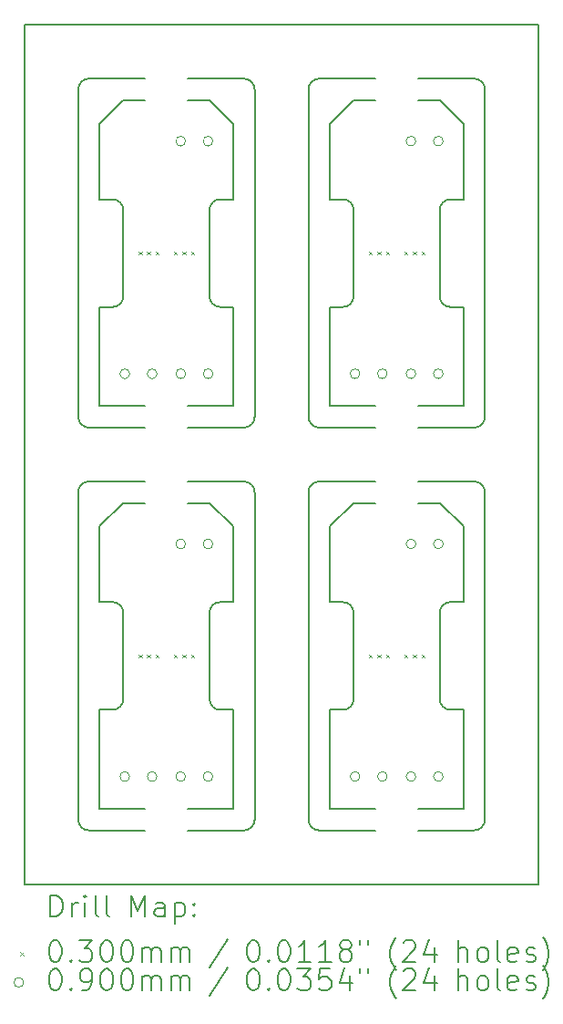
<source format=gbr>
%TF.GenerationSoftware,KiCad,Pcbnew,(7.0.0-0)*%
%TF.CreationDate,2025-08-17T10:05:12+12:00*%
%TF.ProjectId,signal_panelized_X4,7369676e-616c-45f7-9061-6e656c697a65,rev?*%
%TF.SameCoordinates,Original*%
%TF.FileFunction,Drillmap*%
%TF.FilePolarity,Positive*%
%FSLAX45Y45*%
G04 Gerber Fmt 4.5, Leading zero omitted, Abs format (unit mm)*
G04 Created by KiCad (PCBNEW (7.0.0-0)) date 2025-08-17 10:05:12*
%MOMM*%
%LPD*%
G01*
G04 APERTURE LIST*
%ADD10C,0.150000*%
%ADD11C,0.200000*%
%ADD12C,0.030000*%
%ADD13C,0.090000*%
G04 APERTURE END LIST*
D10*
X16925000Y-11765000D02*
X16925000Y-12685000D01*
X14585000Y-12785000D02*
X14585000Y-9745000D01*
X16725000Y-9045000D02*
X16725000Y-6005000D01*
X14685000Y-5905000D02*
G75*
G03*
X14585000Y-6005000I0J-100000D01*
G01*
X18165000Y-7025000D02*
X18045000Y-7025000D01*
X14905000Y-8025000D02*
G75*
G03*
X15005000Y-7925000I0J100000D01*
G01*
X16825000Y-9645000D02*
G75*
G03*
X16725000Y-9745000I0J-100000D01*
G01*
X15605004Y-8945000D02*
X16025000Y-8945000D01*
X17345000Y-12885000D02*
X16825000Y-12885000D01*
X17145000Y-10865000D02*
X17145000Y-11665000D01*
X18265000Y-12885000D02*
G75*
G03*
X18365000Y-12785000I0J100000D01*
G01*
X17947513Y-6105000D02*
X18165000Y-6322487D01*
X16025000Y-10765000D02*
X15905000Y-10765000D01*
X17945000Y-10865000D02*
X17945000Y-11665000D01*
X16925000Y-6322487D02*
X17142487Y-6105000D01*
X16125000Y-9145000D02*
X15605004Y-9145000D01*
X18165000Y-10062487D02*
X18165000Y-10765000D01*
X16225000Y-9745000D02*
G75*
G03*
X16125000Y-9645000I-100000J0D01*
G01*
X18045000Y-10765000D02*
G75*
G03*
X17945000Y-10865000I0J-100000D01*
G01*
X15605000Y-9645000D02*
X16125000Y-9645000D01*
X17045000Y-8025000D02*
G75*
G03*
X17145000Y-7925000I0J100000D01*
G01*
X17745000Y-6105000D02*
X17947513Y-6105000D01*
X16925000Y-11765000D02*
X17045000Y-11765000D01*
X17945000Y-11665000D02*
G75*
G03*
X18045000Y-11765000I100000J0D01*
G01*
X14085000Y-5405000D02*
X18865000Y-5405000D01*
X18865000Y-5405000D02*
X18865000Y-13385000D01*
X18865000Y-13385000D02*
X14085000Y-13385000D01*
X14085000Y-13385000D02*
X14085000Y-5405000D01*
X18365000Y-9745000D02*
X18365000Y-12785000D01*
X14785000Y-6322487D02*
X15002487Y-6105000D01*
X14685000Y-5905000D02*
X15204996Y-5905000D01*
X17145000Y-10865000D02*
G75*
G03*
X17045000Y-10765000I-100000J0D01*
G01*
X14785000Y-11765000D02*
X14905000Y-11765000D01*
X16925000Y-10765000D02*
X17045000Y-10765000D01*
X15905000Y-10765000D02*
G75*
G03*
X15805000Y-10865000I0J-100000D01*
G01*
X15805000Y-10865000D02*
X15805000Y-11665000D01*
X17142487Y-6105000D02*
X17344996Y-6105000D01*
X14785000Y-10062487D02*
X14785000Y-10765000D01*
X15005000Y-10865000D02*
X15005000Y-11665000D01*
X16025000Y-11765000D02*
X16025000Y-12685000D01*
X16925000Y-6322487D02*
X16925000Y-7025000D01*
X15005000Y-7125000D02*
X15005000Y-7925000D01*
X14785000Y-7025000D02*
X14905000Y-7025000D01*
X16725000Y-12785000D02*
X16725000Y-9745000D01*
X16925000Y-8025000D02*
X16925000Y-8945000D01*
X18165000Y-8025000D02*
X18045000Y-8025000D01*
X15807513Y-9845000D02*
X16025000Y-10062487D01*
X16125000Y-12885000D02*
X15605004Y-12885000D01*
X15205000Y-12885000D02*
X14685000Y-12885000D01*
X15805000Y-11665000D02*
G75*
G03*
X15905000Y-11765000I100000J0D01*
G01*
X15805000Y-7125000D02*
X15805000Y-7925000D01*
X14785000Y-8025000D02*
X14905000Y-8025000D01*
X16825000Y-5905000D02*
G75*
G03*
X16725000Y-6005000I0J-100000D01*
G01*
X14685000Y-9645000D02*
X15204996Y-9645000D01*
X18165000Y-11765000D02*
X18165000Y-12685000D01*
X18165000Y-8025000D02*
X18165000Y-8945000D01*
X15205000Y-12685000D02*
X14785000Y-12685000D01*
X16725000Y-9045000D02*
G75*
G03*
X16825000Y-9145000I100000J0D01*
G01*
X17745000Y-9845000D02*
X17947513Y-9845000D01*
X16225000Y-6005000D02*
G75*
G03*
X16125000Y-5905000I-100000J0D01*
G01*
X15605004Y-12685000D02*
X16025000Y-12685000D01*
X14585000Y-9045000D02*
G75*
G03*
X14685000Y-9145000I100000J0D01*
G01*
X18265000Y-9145000D02*
X17745004Y-9145000D01*
X17745004Y-12685000D02*
X18165000Y-12685000D01*
X15005000Y-10865000D02*
G75*
G03*
X14905000Y-10765000I-100000J0D01*
G01*
X16825000Y-9645000D02*
X17344996Y-9645000D01*
X15605000Y-6105000D02*
X15807513Y-6105000D01*
X18265000Y-12885000D02*
X17745004Y-12885000D01*
X14585000Y-12785000D02*
G75*
G03*
X14685000Y-12885000I100000J0D01*
G01*
X15805000Y-7925000D02*
G75*
G03*
X15905000Y-8025000I100000J0D01*
G01*
X14785000Y-10765000D02*
X14905000Y-10765000D01*
X16725000Y-12785000D02*
G75*
G03*
X16825000Y-12885000I100000J0D01*
G01*
X16025000Y-10062487D02*
X16025000Y-10765000D01*
X14685000Y-9645000D02*
G75*
G03*
X14585000Y-9745000I0J-100000D01*
G01*
X16125000Y-9145000D02*
G75*
G03*
X16225000Y-9045000I0J100000D01*
G01*
X16925000Y-10062487D02*
X16925000Y-10765000D01*
X17345000Y-12685000D02*
X16925000Y-12685000D01*
X18045000Y-7025000D02*
G75*
G03*
X17945000Y-7125000I0J-100000D01*
G01*
X15005000Y-7125000D02*
G75*
G03*
X14905000Y-7025000I-100000J0D01*
G01*
X17745000Y-5905000D02*
X18265000Y-5905000D01*
X16025000Y-11765000D02*
X15905000Y-11765000D01*
X18165000Y-6322487D02*
X18165000Y-7025000D01*
X17345000Y-9145000D02*
X16825000Y-9145000D01*
X16225000Y-6005000D02*
X16225000Y-9045000D01*
X18365000Y-9745000D02*
G75*
G03*
X18265000Y-9645000I-100000J0D01*
G01*
X15002487Y-6105000D02*
X15204996Y-6105000D01*
X15807513Y-6105000D02*
X16025000Y-6322487D01*
X17945000Y-7125000D02*
X17945000Y-7925000D01*
X14785000Y-11765000D02*
X14785000Y-12685000D01*
X14785000Y-6322487D02*
X14785000Y-7025000D01*
X16025000Y-8025000D02*
X15905000Y-8025000D01*
X17947513Y-9845000D02*
X18165000Y-10062487D01*
X18165000Y-10765000D02*
X18045000Y-10765000D01*
X17142487Y-9845000D02*
X17344996Y-9845000D01*
X16025000Y-6322487D02*
X16025000Y-7025000D01*
X15605000Y-9845000D02*
X15807513Y-9845000D01*
X17045000Y-11765000D02*
G75*
G03*
X17145000Y-11665000I0J100000D01*
G01*
X16225000Y-9745000D02*
X16225000Y-12785000D01*
X15605000Y-5905000D02*
X16125000Y-5905000D01*
X15205000Y-8945000D02*
X14785000Y-8945000D01*
X17745004Y-8945000D02*
X18165000Y-8945000D01*
X15205000Y-9145000D02*
X14685000Y-9145000D01*
X14585000Y-9045000D02*
X14585000Y-6005000D01*
X16925000Y-10062487D02*
X17142487Y-9845000D01*
X16125000Y-12885000D02*
G75*
G03*
X16225000Y-12785000I0J100000D01*
G01*
X18365000Y-6005000D02*
G75*
G03*
X18265000Y-5905000I-100000J0D01*
G01*
X18365000Y-6005000D02*
X18365000Y-9045000D01*
X16925000Y-7025000D02*
X17045000Y-7025000D01*
X17745000Y-9645000D02*
X18265000Y-9645000D01*
X16025000Y-8025000D02*
X16025000Y-8945000D01*
X16825000Y-5905000D02*
X17344996Y-5905000D01*
X17345000Y-8945000D02*
X16925000Y-8945000D01*
X18265000Y-9145000D02*
G75*
G03*
X18365000Y-9045000I0J100000D01*
G01*
X14905000Y-11765000D02*
G75*
G03*
X15005000Y-11665000I0J100000D01*
G01*
X14785000Y-8025000D02*
X14785000Y-8945000D01*
X15905000Y-7025000D02*
G75*
G03*
X15805000Y-7125000I0J-100000D01*
G01*
X16025000Y-7025000D02*
X15905000Y-7025000D01*
X18165000Y-11765000D02*
X18045000Y-11765000D01*
X15002487Y-9845000D02*
X15204996Y-9845000D01*
X17145000Y-7125000D02*
X17145000Y-7925000D01*
X16925000Y-8025000D02*
X17045000Y-8025000D01*
X17945000Y-7925000D02*
G75*
G03*
X18045000Y-8025000I100000J0D01*
G01*
X17145000Y-7125000D02*
G75*
G03*
X17045000Y-7025000I-100000J0D01*
G01*
X14785000Y-10062487D02*
X15002487Y-9845000D01*
D11*
D12*
X15145000Y-7510000D02*
X15175000Y-7540000D01*
X15175000Y-7510000D02*
X15145000Y-7540000D01*
X15145000Y-11250000D02*
X15175000Y-11280000D01*
X15175000Y-11250000D02*
X15145000Y-11280000D01*
X15225000Y-7510000D02*
X15255000Y-7540000D01*
X15255000Y-7510000D02*
X15225000Y-7540000D01*
X15225000Y-11250000D02*
X15255000Y-11280000D01*
X15255000Y-11250000D02*
X15225000Y-11280000D01*
X15305000Y-7510000D02*
X15335000Y-7540000D01*
X15335000Y-7510000D02*
X15305000Y-7540000D01*
X15305000Y-11250000D02*
X15335000Y-11280000D01*
X15335000Y-11250000D02*
X15305000Y-11280000D01*
X15475000Y-7510000D02*
X15505000Y-7540000D01*
X15505000Y-7510000D02*
X15475000Y-7540000D01*
X15475000Y-11250000D02*
X15505000Y-11280000D01*
X15505000Y-11250000D02*
X15475000Y-11280000D01*
X15555000Y-7510000D02*
X15585000Y-7540000D01*
X15585000Y-7510000D02*
X15555000Y-7540000D01*
X15555000Y-11250000D02*
X15585000Y-11280000D01*
X15585000Y-11250000D02*
X15555000Y-11280000D01*
X15635000Y-7510000D02*
X15665000Y-7540000D01*
X15665000Y-7510000D02*
X15635000Y-7540000D01*
X15635000Y-11250000D02*
X15665000Y-11280000D01*
X15665000Y-11250000D02*
X15635000Y-11280000D01*
X17285000Y-7510000D02*
X17315000Y-7540000D01*
X17315000Y-7510000D02*
X17285000Y-7540000D01*
X17285000Y-11250000D02*
X17315000Y-11280000D01*
X17315000Y-11250000D02*
X17285000Y-11280000D01*
X17365000Y-7510000D02*
X17395000Y-7540000D01*
X17395000Y-7510000D02*
X17365000Y-7540000D01*
X17365000Y-11250000D02*
X17395000Y-11280000D01*
X17395000Y-11250000D02*
X17365000Y-11280000D01*
X17445000Y-7510000D02*
X17475000Y-7540000D01*
X17475000Y-7510000D02*
X17445000Y-7540000D01*
X17445000Y-11250000D02*
X17475000Y-11280000D01*
X17475000Y-11250000D02*
X17445000Y-11280000D01*
X17615000Y-7510000D02*
X17645000Y-7540000D01*
X17645000Y-7510000D02*
X17615000Y-7540000D01*
X17615000Y-11250000D02*
X17645000Y-11280000D01*
X17645000Y-11250000D02*
X17615000Y-11280000D01*
X17695000Y-7510000D02*
X17725000Y-7540000D01*
X17725000Y-7510000D02*
X17695000Y-7540000D01*
X17695000Y-11250000D02*
X17725000Y-11280000D01*
X17725000Y-11250000D02*
X17695000Y-11280000D01*
X17775000Y-7510000D02*
X17805000Y-7540000D01*
X17805000Y-7510000D02*
X17775000Y-7540000D01*
X17775000Y-11250000D02*
X17805000Y-11280000D01*
X17805000Y-11250000D02*
X17775000Y-11280000D01*
D13*
X15063000Y-8645000D02*
G75*
G03*
X15063000Y-8645000I-45000J0D01*
G01*
X15063000Y-12385000D02*
G75*
G03*
X15063000Y-12385000I-45000J0D01*
G01*
X15317000Y-8645000D02*
G75*
G03*
X15317000Y-8645000I-45000J0D01*
G01*
X15317000Y-12385000D02*
G75*
G03*
X15317000Y-12385000I-45000J0D01*
G01*
X15583000Y-6485000D02*
G75*
G03*
X15583000Y-6485000I-45000J0D01*
G01*
X15583000Y-8645000D02*
G75*
G03*
X15583000Y-8645000I-45000J0D01*
G01*
X15583000Y-10225000D02*
G75*
G03*
X15583000Y-10225000I-45000J0D01*
G01*
X15583000Y-12385000D02*
G75*
G03*
X15583000Y-12385000I-45000J0D01*
G01*
X15837000Y-6485000D02*
G75*
G03*
X15837000Y-6485000I-45000J0D01*
G01*
X15837000Y-8645000D02*
G75*
G03*
X15837000Y-8645000I-45000J0D01*
G01*
X15837000Y-10225000D02*
G75*
G03*
X15837000Y-10225000I-45000J0D01*
G01*
X15837000Y-12385000D02*
G75*
G03*
X15837000Y-12385000I-45000J0D01*
G01*
X17203000Y-8645000D02*
G75*
G03*
X17203000Y-8645000I-45000J0D01*
G01*
X17203000Y-12385000D02*
G75*
G03*
X17203000Y-12385000I-45000J0D01*
G01*
X17457000Y-8645000D02*
G75*
G03*
X17457000Y-8645000I-45000J0D01*
G01*
X17457000Y-12385000D02*
G75*
G03*
X17457000Y-12385000I-45000J0D01*
G01*
X17723000Y-6485000D02*
G75*
G03*
X17723000Y-6485000I-45000J0D01*
G01*
X17723000Y-8645000D02*
G75*
G03*
X17723000Y-8645000I-45000J0D01*
G01*
X17723000Y-10225000D02*
G75*
G03*
X17723000Y-10225000I-45000J0D01*
G01*
X17723000Y-12385000D02*
G75*
G03*
X17723000Y-12385000I-45000J0D01*
G01*
X17977000Y-6485000D02*
G75*
G03*
X17977000Y-6485000I-45000J0D01*
G01*
X17977000Y-8645000D02*
G75*
G03*
X17977000Y-8645000I-45000J0D01*
G01*
X17977000Y-10225000D02*
G75*
G03*
X17977000Y-10225000I-45000J0D01*
G01*
X17977000Y-12385000D02*
G75*
G03*
X17977000Y-12385000I-45000J0D01*
G01*
D11*
X14325119Y-13685976D02*
X14325119Y-13485976D01*
X14325119Y-13485976D02*
X14372738Y-13485976D01*
X14372738Y-13485976D02*
X14401309Y-13495500D01*
X14401309Y-13495500D02*
X14420357Y-13514548D01*
X14420357Y-13514548D02*
X14429881Y-13533595D01*
X14429881Y-13533595D02*
X14439405Y-13571690D01*
X14439405Y-13571690D02*
X14439405Y-13600262D01*
X14439405Y-13600262D02*
X14429881Y-13638357D01*
X14429881Y-13638357D02*
X14420357Y-13657405D01*
X14420357Y-13657405D02*
X14401309Y-13676452D01*
X14401309Y-13676452D02*
X14372738Y-13685976D01*
X14372738Y-13685976D02*
X14325119Y-13685976D01*
X14525119Y-13685976D02*
X14525119Y-13552643D01*
X14525119Y-13590738D02*
X14534643Y-13571690D01*
X14534643Y-13571690D02*
X14544167Y-13562167D01*
X14544167Y-13562167D02*
X14563214Y-13552643D01*
X14563214Y-13552643D02*
X14582262Y-13552643D01*
X14648928Y-13685976D02*
X14648928Y-13552643D01*
X14648928Y-13485976D02*
X14639405Y-13495500D01*
X14639405Y-13495500D02*
X14648928Y-13505024D01*
X14648928Y-13505024D02*
X14658452Y-13495500D01*
X14658452Y-13495500D02*
X14648928Y-13485976D01*
X14648928Y-13485976D02*
X14648928Y-13505024D01*
X14772738Y-13685976D02*
X14753690Y-13676452D01*
X14753690Y-13676452D02*
X14744167Y-13657405D01*
X14744167Y-13657405D02*
X14744167Y-13485976D01*
X14877500Y-13685976D02*
X14858452Y-13676452D01*
X14858452Y-13676452D02*
X14848928Y-13657405D01*
X14848928Y-13657405D02*
X14848928Y-13485976D01*
X15073690Y-13685976D02*
X15073690Y-13485976D01*
X15073690Y-13485976D02*
X15140357Y-13628833D01*
X15140357Y-13628833D02*
X15207024Y-13485976D01*
X15207024Y-13485976D02*
X15207024Y-13685976D01*
X15387976Y-13685976D02*
X15387976Y-13581214D01*
X15387976Y-13581214D02*
X15378452Y-13562167D01*
X15378452Y-13562167D02*
X15359405Y-13552643D01*
X15359405Y-13552643D02*
X15321309Y-13552643D01*
X15321309Y-13552643D02*
X15302262Y-13562167D01*
X15387976Y-13676452D02*
X15368928Y-13685976D01*
X15368928Y-13685976D02*
X15321309Y-13685976D01*
X15321309Y-13685976D02*
X15302262Y-13676452D01*
X15302262Y-13676452D02*
X15292738Y-13657405D01*
X15292738Y-13657405D02*
X15292738Y-13638357D01*
X15292738Y-13638357D02*
X15302262Y-13619309D01*
X15302262Y-13619309D02*
X15321309Y-13609786D01*
X15321309Y-13609786D02*
X15368928Y-13609786D01*
X15368928Y-13609786D02*
X15387976Y-13600262D01*
X15483214Y-13552643D02*
X15483214Y-13752643D01*
X15483214Y-13562167D02*
X15502262Y-13552643D01*
X15502262Y-13552643D02*
X15540357Y-13552643D01*
X15540357Y-13552643D02*
X15559405Y-13562167D01*
X15559405Y-13562167D02*
X15568928Y-13571690D01*
X15568928Y-13571690D02*
X15578452Y-13590738D01*
X15578452Y-13590738D02*
X15578452Y-13647881D01*
X15578452Y-13647881D02*
X15568928Y-13666928D01*
X15568928Y-13666928D02*
X15559405Y-13676452D01*
X15559405Y-13676452D02*
X15540357Y-13685976D01*
X15540357Y-13685976D02*
X15502262Y-13685976D01*
X15502262Y-13685976D02*
X15483214Y-13676452D01*
X15664167Y-13666928D02*
X15673690Y-13676452D01*
X15673690Y-13676452D02*
X15664167Y-13685976D01*
X15664167Y-13685976D02*
X15654643Y-13676452D01*
X15654643Y-13676452D02*
X15664167Y-13666928D01*
X15664167Y-13666928D02*
X15664167Y-13685976D01*
X15664167Y-13562167D02*
X15673690Y-13571690D01*
X15673690Y-13571690D02*
X15664167Y-13581214D01*
X15664167Y-13581214D02*
X15654643Y-13571690D01*
X15654643Y-13571690D02*
X15664167Y-13562167D01*
X15664167Y-13562167D02*
X15664167Y-13581214D01*
D12*
X14047500Y-14017500D02*
X14077500Y-14047500D01*
X14077500Y-14017500D02*
X14047500Y-14047500D01*
D11*
X14363214Y-13905976D02*
X14382262Y-13905976D01*
X14382262Y-13905976D02*
X14401309Y-13915500D01*
X14401309Y-13915500D02*
X14410833Y-13925024D01*
X14410833Y-13925024D02*
X14420357Y-13944071D01*
X14420357Y-13944071D02*
X14429881Y-13982167D01*
X14429881Y-13982167D02*
X14429881Y-14029786D01*
X14429881Y-14029786D02*
X14420357Y-14067881D01*
X14420357Y-14067881D02*
X14410833Y-14086928D01*
X14410833Y-14086928D02*
X14401309Y-14096452D01*
X14401309Y-14096452D02*
X14382262Y-14105976D01*
X14382262Y-14105976D02*
X14363214Y-14105976D01*
X14363214Y-14105976D02*
X14344167Y-14096452D01*
X14344167Y-14096452D02*
X14334643Y-14086928D01*
X14334643Y-14086928D02*
X14325119Y-14067881D01*
X14325119Y-14067881D02*
X14315595Y-14029786D01*
X14315595Y-14029786D02*
X14315595Y-13982167D01*
X14315595Y-13982167D02*
X14325119Y-13944071D01*
X14325119Y-13944071D02*
X14334643Y-13925024D01*
X14334643Y-13925024D02*
X14344167Y-13915500D01*
X14344167Y-13915500D02*
X14363214Y-13905976D01*
X14515595Y-14086928D02*
X14525119Y-14096452D01*
X14525119Y-14096452D02*
X14515595Y-14105976D01*
X14515595Y-14105976D02*
X14506071Y-14096452D01*
X14506071Y-14096452D02*
X14515595Y-14086928D01*
X14515595Y-14086928D02*
X14515595Y-14105976D01*
X14591786Y-13905976D02*
X14715595Y-13905976D01*
X14715595Y-13905976D02*
X14648928Y-13982167D01*
X14648928Y-13982167D02*
X14677500Y-13982167D01*
X14677500Y-13982167D02*
X14696548Y-13991690D01*
X14696548Y-13991690D02*
X14706071Y-14001214D01*
X14706071Y-14001214D02*
X14715595Y-14020262D01*
X14715595Y-14020262D02*
X14715595Y-14067881D01*
X14715595Y-14067881D02*
X14706071Y-14086928D01*
X14706071Y-14086928D02*
X14696548Y-14096452D01*
X14696548Y-14096452D02*
X14677500Y-14105976D01*
X14677500Y-14105976D02*
X14620357Y-14105976D01*
X14620357Y-14105976D02*
X14601309Y-14096452D01*
X14601309Y-14096452D02*
X14591786Y-14086928D01*
X14839405Y-13905976D02*
X14858452Y-13905976D01*
X14858452Y-13905976D02*
X14877500Y-13915500D01*
X14877500Y-13915500D02*
X14887024Y-13925024D01*
X14887024Y-13925024D02*
X14896548Y-13944071D01*
X14896548Y-13944071D02*
X14906071Y-13982167D01*
X14906071Y-13982167D02*
X14906071Y-14029786D01*
X14906071Y-14029786D02*
X14896548Y-14067881D01*
X14896548Y-14067881D02*
X14887024Y-14086928D01*
X14887024Y-14086928D02*
X14877500Y-14096452D01*
X14877500Y-14096452D02*
X14858452Y-14105976D01*
X14858452Y-14105976D02*
X14839405Y-14105976D01*
X14839405Y-14105976D02*
X14820357Y-14096452D01*
X14820357Y-14096452D02*
X14810833Y-14086928D01*
X14810833Y-14086928D02*
X14801309Y-14067881D01*
X14801309Y-14067881D02*
X14791786Y-14029786D01*
X14791786Y-14029786D02*
X14791786Y-13982167D01*
X14791786Y-13982167D02*
X14801309Y-13944071D01*
X14801309Y-13944071D02*
X14810833Y-13925024D01*
X14810833Y-13925024D02*
X14820357Y-13915500D01*
X14820357Y-13915500D02*
X14839405Y-13905976D01*
X15029881Y-13905976D02*
X15048929Y-13905976D01*
X15048929Y-13905976D02*
X15067976Y-13915500D01*
X15067976Y-13915500D02*
X15077500Y-13925024D01*
X15077500Y-13925024D02*
X15087024Y-13944071D01*
X15087024Y-13944071D02*
X15096548Y-13982167D01*
X15096548Y-13982167D02*
X15096548Y-14029786D01*
X15096548Y-14029786D02*
X15087024Y-14067881D01*
X15087024Y-14067881D02*
X15077500Y-14086928D01*
X15077500Y-14086928D02*
X15067976Y-14096452D01*
X15067976Y-14096452D02*
X15048929Y-14105976D01*
X15048929Y-14105976D02*
X15029881Y-14105976D01*
X15029881Y-14105976D02*
X15010833Y-14096452D01*
X15010833Y-14096452D02*
X15001309Y-14086928D01*
X15001309Y-14086928D02*
X14991786Y-14067881D01*
X14991786Y-14067881D02*
X14982262Y-14029786D01*
X14982262Y-14029786D02*
X14982262Y-13982167D01*
X14982262Y-13982167D02*
X14991786Y-13944071D01*
X14991786Y-13944071D02*
X15001309Y-13925024D01*
X15001309Y-13925024D02*
X15010833Y-13915500D01*
X15010833Y-13915500D02*
X15029881Y-13905976D01*
X15182262Y-14105976D02*
X15182262Y-13972643D01*
X15182262Y-13991690D02*
X15191786Y-13982167D01*
X15191786Y-13982167D02*
X15210833Y-13972643D01*
X15210833Y-13972643D02*
X15239405Y-13972643D01*
X15239405Y-13972643D02*
X15258452Y-13982167D01*
X15258452Y-13982167D02*
X15267976Y-14001214D01*
X15267976Y-14001214D02*
X15267976Y-14105976D01*
X15267976Y-14001214D02*
X15277500Y-13982167D01*
X15277500Y-13982167D02*
X15296548Y-13972643D01*
X15296548Y-13972643D02*
X15325119Y-13972643D01*
X15325119Y-13972643D02*
X15344167Y-13982167D01*
X15344167Y-13982167D02*
X15353690Y-14001214D01*
X15353690Y-14001214D02*
X15353690Y-14105976D01*
X15448929Y-14105976D02*
X15448929Y-13972643D01*
X15448929Y-13991690D02*
X15458452Y-13982167D01*
X15458452Y-13982167D02*
X15477500Y-13972643D01*
X15477500Y-13972643D02*
X15506071Y-13972643D01*
X15506071Y-13972643D02*
X15525119Y-13982167D01*
X15525119Y-13982167D02*
X15534643Y-14001214D01*
X15534643Y-14001214D02*
X15534643Y-14105976D01*
X15534643Y-14001214D02*
X15544167Y-13982167D01*
X15544167Y-13982167D02*
X15563214Y-13972643D01*
X15563214Y-13972643D02*
X15591786Y-13972643D01*
X15591786Y-13972643D02*
X15610833Y-13982167D01*
X15610833Y-13982167D02*
X15620357Y-14001214D01*
X15620357Y-14001214D02*
X15620357Y-14105976D01*
X15978452Y-13896452D02*
X15807024Y-14153595D01*
X16203214Y-13905976D02*
X16222262Y-13905976D01*
X16222262Y-13905976D02*
X16241310Y-13915500D01*
X16241310Y-13915500D02*
X16250833Y-13925024D01*
X16250833Y-13925024D02*
X16260357Y-13944071D01*
X16260357Y-13944071D02*
X16269881Y-13982167D01*
X16269881Y-13982167D02*
X16269881Y-14029786D01*
X16269881Y-14029786D02*
X16260357Y-14067881D01*
X16260357Y-14067881D02*
X16250833Y-14086928D01*
X16250833Y-14086928D02*
X16241310Y-14096452D01*
X16241310Y-14096452D02*
X16222262Y-14105976D01*
X16222262Y-14105976D02*
X16203214Y-14105976D01*
X16203214Y-14105976D02*
X16184167Y-14096452D01*
X16184167Y-14096452D02*
X16174643Y-14086928D01*
X16174643Y-14086928D02*
X16165119Y-14067881D01*
X16165119Y-14067881D02*
X16155595Y-14029786D01*
X16155595Y-14029786D02*
X16155595Y-13982167D01*
X16155595Y-13982167D02*
X16165119Y-13944071D01*
X16165119Y-13944071D02*
X16174643Y-13925024D01*
X16174643Y-13925024D02*
X16184167Y-13915500D01*
X16184167Y-13915500D02*
X16203214Y-13905976D01*
X16355595Y-14086928D02*
X16365119Y-14096452D01*
X16365119Y-14096452D02*
X16355595Y-14105976D01*
X16355595Y-14105976D02*
X16346071Y-14096452D01*
X16346071Y-14096452D02*
X16355595Y-14086928D01*
X16355595Y-14086928D02*
X16355595Y-14105976D01*
X16488929Y-13905976D02*
X16507976Y-13905976D01*
X16507976Y-13905976D02*
X16527024Y-13915500D01*
X16527024Y-13915500D02*
X16536548Y-13925024D01*
X16536548Y-13925024D02*
X16546071Y-13944071D01*
X16546071Y-13944071D02*
X16555595Y-13982167D01*
X16555595Y-13982167D02*
X16555595Y-14029786D01*
X16555595Y-14029786D02*
X16546071Y-14067881D01*
X16546071Y-14067881D02*
X16536548Y-14086928D01*
X16536548Y-14086928D02*
X16527024Y-14096452D01*
X16527024Y-14096452D02*
X16507976Y-14105976D01*
X16507976Y-14105976D02*
X16488929Y-14105976D01*
X16488929Y-14105976D02*
X16469881Y-14096452D01*
X16469881Y-14096452D02*
X16460357Y-14086928D01*
X16460357Y-14086928D02*
X16450833Y-14067881D01*
X16450833Y-14067881D02*
X16441310Y-14029786D01*
X16441310Y-14029786D02*
X16441310Y-13982167D01*
X16441310Y-13982167D02*
X16450833Y-13944071D01*
X16450833Y-13944071D02*
X16460357Y-13925024D01*
X16460357Y-13925024D02*
X16469881Y-13915500D01*
X16469881Y-13915500D02*
X16488929Y-13905976D01*
X16746071Y-14105976D02*
X16631786Y-14105976D01*
X16688929Y-14105976D02*
X16688929Y-13905976D01*
X16688929Y-13905976D02*
X16669881Y-13934548D01*
X16669881Y-13934548D02*
X16650833Y-13953595D01*
X16650833Y-13953595D02*
X16631786Y-13963119D01*
X16936548Y-14105976D02*
X16822262Y-14105976D01*
X16879405Y-14105976D02*
X16879405Y-13905976D01*
X16879405Y-13905976D02*
X16860357Y-13934548D01*
X16860357Y-13934548D02*
X16841310Y-13953595D01*
X16841310Y-13953595D02*
X16822262Y-13963119D01*
X17050833Y-13991690D02*
X17031786Y-13982167D01*
X17031786Y-13982167D02*
X17022262Y-13972643D01*
X17022262Y-13972643D02*
X17012738Y-13953595D01*
X17012738Y-13953595D02*
X17012738Y-13944071D01*
X17012738Y-13944071D02*
X17022262Y-13925024D01*
X17022262Y-13925024D02*
X17031786Y-13915500D01*
X17031786Y-13915500D02*
X17050833Y-13905976D01*
X17050833Y-13905976D02*
X17088929Y-13905976D01*
X17088929Y-13905976D02*
X17107976Y-13915500D01*
X17107976Y-13915500D02*
X17117500Y-13925024D01*
X17117500Y-13925024D02*
X17127024Y-13944071D01*
X17127024Y-13944071D02*
X17127024Y-13953595D01*
X17127024Y-13953595D02*
X17117500Y-13972643D01*
X17117500Y-13972643D02*
X17107976Y-13982167D01*
X17107976Y-13982167D02*
X17088929Y-13991690D01*
X17088929Y-13991690D02*
X17050833Y-13991690D01*
X17050833Y-13991690D02*
X17031786Y-14001214D01*
X17031786Y-14001214D02*
X17022262Y-14010738D01*
X17022262Y-14010738D02*
X17012738Y-14029786D01*
X17012738Y-14029786D02*
X17012738Y-14067881D01*
X17012738Y-14067881D02*
X17022262Y-14086928D01*
X17022262Y-14086928D02*
X17031786Y-14096452D01*
X17031786Y-14096452D02*
X17050833Y-14105976D01*
X17050833Y-14105976D02*
X17088929Y-14105976D01*
X17088929Y-14105976D02*
X17107976Y-14096452D01*
X17107976Y-14096452D02*
X17117500Y-14086928D01*
X17117500Y-14086928D02*
X17127024Y-14067881D01*
X17127024Y-14067881D02*
X17127024Y-14029786D01*
X17127024Y-14029786D02*
X17117500Y-14010738D01*
X17117500Y-14010738D02*
X17107976Y-14001214D01*
X17107976Y-14001214D02*
X17088929Y-13991690D01*
X17203214Y-13905976D02*
X17203214Y-13944071D01*
X17279405Y-13905976D02*
X17279405Y-13944071D01*
X17542262Y-14182167D02*
X17532738Y-14172643D01*
X17532738Y-14172643D02*
X17513691Y-14144071D01*
X17513691Y-14144071D02*
X17504167Y-14125024D01*
X17504167Y-14125024D02*
X17494643Y-14096452D01*
X17494643Y-14096452D02*
X17485119Y-14048833D01*
X17485119Y-14048833D02*
X17485119Y-14010738D01*
X17485119Y-14010738D02*
X17494643Y-13963119D01*
X17494643Y-13963119D02*
X17504167Y-13934548D01*
X17504167Y-13934548D02*
X17513691Y-13915500D01*
X17513691Y-13915500D02*
X17532738Y-13886928D01*
X17532738Y-13886928D02*
X17542262Y-13877405D01*
X17608929Y-13925024D02*
X17618453Y-13915500D01*
X17618453Y-13915500D02*
X17637500Y-13905976D01*
X17637500Y-13905976D02*
X17685119Y-13905976D01*
X17685119Y-13905976D02*
X17704167Y-13915500D01*
X17704167Y-13915500D02*
X17713691Y-13925024D01*
X17713691Y-13925024D02*
X17723214Y-13944071D01*
X17723214Y-13944071D02*
X17723214Y-13963119D01*
X17723214Y-13963119D02*
X17713691Y-13991690D01*
X17713691Y-13991690D02*
X17599405Y-14105976D01*
X17599405Y-14105976D02*
X17723214Y-14105976D01*
X17894643Y-13972643D02*
X17894643Y-14105976D01*
X17847024Y-13896452D02*
X17799405Y-14039309D01*
X17799405Y-14039309D02*
X17923214Y-14039309D01*
X18119405Y-14105976D02*
X18119405Y-13905976D01*
X18205119Y-14105976D02*
X18205119Y-14001214D01*
X18205119Y-14001214D02*
X18195595Y-13982167D01*
X18195595Y-13982167D02*
X18176548Y-13972643D01*
X18176548Y-13972643D02*
X18147976Y-13972643D01*
X18147976Y-13972643D02*
X18128929Y-13982167D01*
X18128929Y-13982167D02*
X18119405Y-13991690D01*
X18328929Y-14105976D02*
X18309881Y-14096452D01*
X18309881Y-14096452D02*
X18300357Y-14086928D01*
X18300357Y-14086928D02*
X18290834Y-14067881D01*
X18290834Y-14067881D02*
X18290834Y-14010738D01*
X18290834Y-14010738D02*
X18300357Y-13991690D01*
X18300357Y-13991690D02*
X18309881Y-13982167D01*
X18309881Y-13982167D02*
X18328929Y-13972643D01*
X18328929Y-13972643D02*
X18357500Y-13972643D01*
X18357500Y-13972643D02*
X18376548Y-13982167D01*
X18376548Y-13982167D02*
X18386072Y-13991690D01*
X18386072Y-13991690D02*
X18395595Y-14010738D01*
X18395595Y-14010738D02*
X18395595Y-14067881D01*
X18395595Y-14067881D02*
X18386072Y-14086928D01*
X18386072Y-14086928D02*
X18376548Y-14096452D01*
X18376548Y-14096452D02*
X18357500Y-14105976D01*
X18357500Y-14105976D02*
X18328929Y-14105976D01*
X18509881Y-14105976D02*
X18490834Y-14096452D01*
X18490834Y-14096452D02*
X18481310Y-14077405D01*
X18481310Y-14077405D02*
X18481310Y-13905976D01*
X18662262Y-14096452D02*
X18643215Y-14105976D01*
X18643215Y-14105976D02*
X18605119Y-14105976D01*
X18605119Y-14105976D02*
X18586072Y-14096452D01*
X18586072Y-14096452D02*
X18576548Y-14077405D01*
X18576548Y-14077405D02*
X18576548Y-14001214D01*
X18576548Y-14001214D02*
X18586072Y-13982167D01*
X18586072Y-13982167D02*
X18605119Y-13972643D01*
X18605119Y-13972643D02*
X18643215Y-13972643D01*
X18643215Y-13972643D02*
X18662262Y-13982167D01*
X18662262Y-13982167D02*
X18671786Y-14001214D01*
X18671786Y-14001214D02*
X18671786Y-14020262D01*
X18671786Y-14020262D02*
X18576548Y-14039309D01*
X18747976Y-14096452D02*
X18767024Y-14105976D01*
X18767024Y-14105976D02*
X18805119Y-14105976D01*
X18805119Y-14105976D02*
X18824167Y-14096452D01*
X18824167Y-14096452D02*
X18833691Y-14077405D01*
X18833691Y-14077405D02*
X18833691Y-14067881D01*
X18833691Y-14067881D02*
X18824167Y-14048833D01*
X18824167Y-14048833D02*
X18805119Y-14039309D01*
X18805119Y-14039309D02*
X18776548Y-14039309D01*
X18776548Y-14039309D02*
X18757500Y-14029786D01*
X18757500Y-14029786D02*
X18747976Y-14010738D01*
X18747976Y-14010738D02*
X18747976Y-14001214D01*
X18747976Y-14001214D02*
X18757500Y-13982167D01*
X18757500Y-13982167D02*
X18776548Y-13972643D01*
X18776548Y-13972643D02*
X18805119Y-13972643D01*
X18805119Y-13972643D02*
X18824167Y-13982167D01*
X18900357Y-14182167D02*
X18909881Y-14172643D01*
X18909881Y-14172643D02*
X18928929Y-14144071D01*
X18928929Y-14144071D02*
X18938453Y-14125024D01*
X18938453Y-14125024D02*
X18947976Y-14096452D01*
X18947976Y-14096452D02*
X18957500Y-14048833D01*
X18957500Y-14048833D02*
X18957500Y-14010738D01*
X18957500Y-14010738D02*
X18947976Y-13963119D01*
X18947976Y-13963119D02*
X18938453Y-13934548D01*
X18938453Y-13934548D02*
X18928929Y-13915500D01*
X18928929Y-13915500D02*
X18909881Y-13886928D01*
X18909881Y-13886928D02*
X18900357Y-13877405D01*
D13*
X14077500Y-14296500D02*
G75*
G03*
X14077500Y-14296500I-45000J0D01*
G01*
D11*
X14363214Y-14169976D02*
X14382262Y-14169976D01*
X14382262Y-14169976D02*
X14401309Y-14179500D01*
X14401309Y-14179500D02*
X14410833Y-14189024D01*
X14410833Y-14189024D02*
X14420357Y-14208071D01*
X14420357Y-14208071D02*
X14429881Y-14246167D01*
X14429881Y-14246167D02*
X14429881Y-14293786D01*
X14429881Y-14293786D02*
X14420357Y-14331881D01*
X14420357Y-14331881D02*
X14410833Y-14350928D01*
X14410833Y-14350928D02*
X14401309Y-14360452D01*
X14401309Y-14360452D02*
X14382262Y-14369976D01*
X14382262Y-14369976D02*
X14363214Y-14369976D01*
X14363214Y-14369976D02*
X14344167Y-14360452D01*
X14344167Y-14360452D02*
X14334643Y-14350928D01*
X14334643Y-14350928D02*
X14325119Y-14331881D01*
X14325119Y-14331881D02*
X14315595Y-14293786D01*
X14315595Y-14293786D02*
X14315595Y-14246167D01*
X14315595Y-14246167D02*
X14325119Y-14208071D01*
X14325119Y-14208071D02*
X14334643Y-14189024D01*
X14334643Y-14189024D02*
X14344167Y-14179500D01*
X14344167Y-14179500D02*
X14363214Y-14169976D01*
X14515595Y-14350928D02*
X14525119Y-14360452D01*
X14525119Y-14360452D02*
X14515595Y-14369976D01*
X14515595Y-14369976D02*
X14506071Y-14360452D01*
X14506071Y-14360452D02*
X14515595Y-14350928D01*
X14515595Y-14350928D02*
X14515595Y-14369976D01*
X14620357Y-14369976D02*
X14658452Y-14369976D01*
X14658452Y-14369976D02*
X14677500Y-14360452D01*
X14677500Y-14360452D02*
X14687024Y-14350928D01*
X14687024Y-14350928D02*
X14706071Y-14322357D01*
X14706071Y-14322357D02*
X14715595Y-14284262D01*
X14715595Y-14284262D02*
X14715595Y-14208071D01*
X14715595Y-14208071D02*
X14706071Y-14189024D01*
X14706071Y-14189024D02*
X14696548Y-14179500D01*
X14696548Y-14179500D02*
X14677500Y-14169976D01*
X14677500Y-14169976D02*
X14639405Y-14169976D01*
X14639405Y-14169976D02*
X14620357Y-14179500D01*
X14620357Y-14179500D02*
X14610833Y-14189024D01*
X14610833Y-14189024D02*
X14601309Y-14208071D01*
X14601309Y-14208071D02*
X14601309Y-14255690D01*
X14601309Y-14255690D02*
X14610833Y-14274738D01*
X14610833Y-14274738D02*
X14620357Y-14284262D01*
X14620357Y-14284262D02*
X14639405Y-14293786D01*
X14639405Y-14293786D02*
X14677500Y-14293786D01*
X14677500Y-14293786D02*
X14696548Y-14284262D01*
X14696548Y-14284262D02*
X14706071Y-14274738D01*
X14706071Y-14274738D02*
X14715595Y-14255690D01*
X14839405Y-14169976D02*
X14858452Y-14169976D01*
X14858452Y-14169976D02*
X14877500Y-14179500D01*
X14877500Y-14179500D02*
X14887024Y-14189024D01*
X14887024Y-14189024D02*
X14896548Y-14208071D01*
X14896548Y-14208071D02*
X14906071Y-14246167D01*
X14906071Y-14246167D02*
X14906071Y-14293786D01*
X14906071Y-14293786D02*
X14896548Y-14331881D01*
X14896548Y-14331881D02*
X14887024Y-14350928D01*
X14887024Y-14350928D02*
X14877500Y-14360452D01*
X14877500Y-14360452D02*
X14858452Y-14369976D01*
X14858452Y-14369976D02*
X14839405Y-14369976D01*
X14839405Y-14369976D02*
X14820357Y-14360452D01*
X14820357Y-14360452D02*
X14810833Y-14350928D01*
X14810833Y-14350928D02*
X14801309Y-14331881D01*
X14801309Y-14331881D02*
X14791786Y-14293786D01*
X14791786Y-14293786D02*
X14791786Y-14246167D01*
X14791786Y-14246167D02*
X14801309Y-14208071D01*
X14801309Y-14208071D02*
X14810833Y-14189024D01*
X14810833Y-14189024D02*
X14820357Y-14179500D01*
X14820357Y-14179500D02*
X14839405Y-14169976D01*
X15029881Y-14169976D02*
X15048929Y-14169976D01*
X15048929Y-14169976D02*
X15067976Y-14179500D01*
X15067976Y-14179500D02*
X15077500Y-14189024D01*
X15077500Y-14189024D02*
X15087024Y-14208071D01*
X15087024Y-14208071D02*
X15096548Y-14246167D01*
X15096548Y-14246167D02*
X15096548Y-14293786D01*
X15096548Y-14293786D02*
X15087024Y-14331881D01*
X15087024Y-14331881D02*
X15077500Y-14350928D01*
X15077500Y-14350928D02*
X15067976Y-14360452D01*
X15067976Y-14360452D02*
X15048929Y-14369976D01*
X15048929Y-14369976D02*
X15029881Y-14369976D01*
X15029881Y-14369976D02*
X15010833Y-14360452D01*
X15010833Y-14360452D02*
X15001309Y-14350928D01*
X15001309Y-14350928D02*
X14991786Y-14331881D01*
X14991786Y-14331881D02*
X14982262Y-14293786D01*
X14982262Y-14293786D02*
X14982262Y-14246167D01*
X14982262Y-14246167D02*
X14991786Y-14208071D01*
X14991786Y-14208071D02*
X15001309Y-14189024D01*
X15001309Y-14189024D02*
X15010833Y-14179500D01*
X15010833Y-14179500D02*
X15029881Y-14169976D01*
X15182262Y-14369976D02*
X15182262Y-14236643D01*
X15182262Y-14255690D02*
X15191786Y-14246167D01*
X15191786Y-14246167D02*
X15210833Y-14236643D01*
X15210833Y-14236643D02*
X15239405Y-14236643D01*
X15239405Y-14236643D02*
X15258452Y-14246167D01*
X15258452Y-14246167D02*
X15267976Y-14265214D01*
X15267976Y-14265214D02*
X15267976Y-14369976D01*
X15267976Y-14265214D02*
X15277500Y-14246167D01*
X15277500Y-14246167D02*
X15296548Y-14236643D01*
X15296548Y-14236643D02*
X15325119Y-14236643D01*
X15325119Y-14236643D02*
X15344167Y-14246167D01*
X15344167Y-14246167D02*
X15353690Y-14265214D01*
X15353690Y-14265214D02*
X15353690Y-14369976D01*
X15448929Y-14369976D02*
X15448929Y-14236643D01*
X15448929Y-14255690D02*
X15458452Y-14246167D01*
X15458452Y-14246167D02*
X15477500Y-14236643D01*
X15477500Y-14236643D02*
X15506071Y-14236643D01*
X15506071Y-14236643D02*
X15525119Y-14246167D01*
X15525119Y-14246167D02*
X15534643Y-14265214D01*
X15534643Y-14265214D02*
X15534643Y-14369976D01*
X15534643Y-14265214D02*
X15544167Y-14246167D01*
X15544167Y-14246167D02*
X15563214Y-14236643D01*
X15563214Y-14236643D02*
X15591786Y-14236643D01*
X15591786Y-14236643D02*
X15610833Y-14246167D01*
X15610833Y-14246167D02*
X15620357Y-14265214D01*
X15620357Y-14265214D02*
X15620357Y-14369976D01*
X15978452Y-14160452D02*
X15807024Y-14417595D01*
X16203214Y-14169976D02*
X16222262Y-14169976D01*
X16222262Y-14169976D02*
X16241310Y-14179500D01*
X16241310Y-14179500D02*
X16250833Y-14189024D01*
X16250833Y-14189024D02*
X16260357Y-14208071D01*
X16260357Y-14208071D02*
X16269881Y-14246167D01*
X16269881Y-14246167D02*
X16269881Y-14293786D01*
X16269881Y-14293786D02*
X16260357Y-14331881D01*
X16260357Y-14331881D02*
X16250833Y-14350928D01*
X16250833Y-14350928D02*
X16241310Y-14360452D01*
X16241310Y-14360452D02*
X16222262Y-14369976D01*
X16222262Y-14369976D02*
X16203214Y-14369976D01*
X16203214Y-14369976D02*
X16184167Y-14360452D01*
X16184167Y-14360452D02*
X16174643Y-14350928D01*
X16174643Y-14350928D02*
X16165119Y-14331881D01*
X16165119Y-14331881D02*
X16155595Y-14293786D01*
X16155595Y-14293786D02*
X16155595Y-14246167D01*
X16155595Y-14246167D02*
X16165119Y-14208071D01*
X16165119Y-14208071D02*
X16174643Y-14189024D01*
X16174643Y-14189024D02*
X16184167Y-14179500D01*
X16184167Y-14179500D02*
X16203214Y-14169976D01*
X16355595Y-14350928D02*
X16365119Y-14360452D01*
X16365119Y-14360452D02*
X16355595Y-14369976D01*
X16355595Y-14369976D02*
X16346071Y-14360452D01*
X16346071Y-14360452D02*
X16355595Y-14350928D01*
X16355595Y-14350928D02*
X16355595Y-14369976D01*
X16488929Y-14169976D02*
X16507976Y-14169976D01*
X16507976Y-14169976D02*
X16527024Y-14179500D01*
X16527024Y-14179500D02*
X16536548Y-14189024D01*
X16536548Y-14189024D02*
X16546071Y-14208071D01*
X16546071Y-14208071D02*
X16555595Y-14246167D01*
X16555595Y-14246167D02*
X16555595Y-14293786D01*
X16555595Y-14293786D02*
X16546071Y-14331881D01*
X16546071Y-14331881D02*
X16536548Y-14350928D01*
X16536548Y-14350928D02*
X16527024Y-14360452D01*
X16527024Y-14360452D02*
X16507976Y-14369976D01*
X16507976Y-14369976D02*
X16488929Y-14369976D01*
X16488929Y-14369976D02*
X16469881Y-14360452D01*
X16469881Y-14360452D02*
X16460357Y-14350928D01*
X16460357Y-14350928D02*
X16450833Y-14331881D01*
X16450833Y-14331881D02*
X16441310Y-14293786D01*
X16441310Y-14293786D02*
X16441310Y-14246167D01*
X16441310Y-14246167D02*
X16450833Y-14208071D01*
X16450833Y-14208071D02*
X16460357Y-14189024D01*
X16460357Y-14189024D02*
X16469881Y-14179500D01*
X16469881Y-14179500D02*
X16488929Y-14169976D01*
X16622262Y-14169976D02*
X16746071Y-14169976D01*
X16746071Y-14169976D02*
X16679405Y-14246167D01*
X16679405Y-14246167D02*
X16707976Y-14246167D01*
X16707976Y-14246167D02*
X16727024Y-14255690D01*
X16727024Y-14255690D02*
X16736548Y-14265214D01*
X16736548Y-14265214D02*
X16746071Y-14284262D01*
X16746071Y-14284262D02*
X16746071Y-14331881D01*
X16746071Y-14331881D02*
X16736548Y-14350928D01*
X16736548Y-14350928D02*
X16727024Y-14360452D01*
X16727024Y-14360452D02*
X16707976Y-14369976D01*
X16707976Y-14369976D02*
X16650833Y-14369976D01*
X16650833Y-14369976D02*
X16631786Y-14360452D01*
X16631786Y-14360452D02*
X16622262Y-14350928D01*
X16927024Y-14169976D02*
X16831786Y-14169976D01*
X16831786Y-14169976D02*
X16822262Y-14265214D01*
X16822262Y-14265214D02*
X16831786Y-14255690D01*
X16831786Y-14255690D02*
X16850833Y-14246167D01*
X16850833Y-14246167D02*
X16898453Y-14246167D01*
X16898453Y-14246167D02*
X16917500Y-14255690D01*
X16917500Y-14255690D02*
X16927024Y-14265214D01*
X16927024Y-14265214D02*
X16936548Y-14284262D01*
X16936548Y-14284262D02*
X16936548Y-14331881D01*
X16936548Y-14331881D02*
X16927024Y-14350928D01*
X16927024Y-14350928D02*
X16917500Y-14360452D01*
X16917500Y-14360452D02*
X16898453Y-14369976D01*
X16898453Y-14369976D02*
X16850833Y-14369976D01*
X16850833Y-14369976D02*
X16831786Y-14360452D01*
X16831786Y-14360452D02*
X16822262Y-14350928D01*
X17107976Y-14236643D02*
X17107976Y-14369976D01*
X17060357Y-14160452D02*
X17012738Y-14303309D01*
X17012738Y-14303309D02*
X17136548Y-14303309D01*
X17203214Y-14169976D02*
X17203214Y-14208071D01*
X17279405Y-14169976D02*
X17279405Y-14208071D01*
X17542262Y-14446167D02*
X17532738Y-14436643D01*
X17532738Y-14436643D02*
X17513691Y-14408071D01*
X17513691Y-14408071D02*
X17504167Y-14389024D01*
X17504167Y-14389024D02*
X17494643Y-14360452D01*
X17494643Y-14360452D02*
X17485119Y-14312833D01*
X17485119Y-14312833D02*
X17485119Y-14274738D01*
X17485119Y-14274738D02*
X17494643Y-14227119D01*
X17494643Y-14227119D02*
X17504167Y-14198548D01*
X17504167Y-14198548D02*
X17513691Y-14179500D01*
X17513691Y-14179500D02*
X17532738Y-14150928D01*
X17532738Y-14150928D02*
X17542262Y-14141405D01*
X17608929Y-14189024D02*
X17618453Y-14179500D01*
X17618453Y-14179500D02*
X17637500Y-14169976D01*
X17637500Y-14169976D02*
X17685119Y-14169976D01*
X17685119Y-14169976D02*
X17704167Y-14179500D01*
X17704167Y-14179500D02*
X17713691Y-14189024D01*
X17713691Y-14189024D02*
X17723214Y-14208071D01*
X17723214Y-14208071D02*
X17723214Y-14227119D01*
X17723214Y-14227119D02*
X17713691Y-14255690D01*
X17713691Y-14255690D02*
X17599405Y-14369976D01*
X17599405Y-14369976D02*
X17723214Y-14369976D01*
X17894643Y-14236643D02*
X17894643Y-14369976D01*
X17847024Y-14160452D02*
X17799405Y-14303309D01*
X17799405Y-14303309D02*
X17923214Y-14303309D01*
X18119405Y-14369976D02*
X18119405Y-14169976D01*
X18205119Y-14369976D02*
X18205119Y-14265214D01*
X18205119Y-14265214D02*
X18195595Y-14246167D01*
X18195595Y-14246167D02*
X18176548Y-14236643D01*
X18176548Y-14236643D02*
X18147976Y-14236643D01*
X18147976Y-14236643D02*
X18128929Y-14246167D01*
X18128929Y-14246167D02*
X18119405Y-14255690D01*
X18328929Y-14369976D02*
X18309881Y-14360452D01*
X18309881Y-14360452D02*
X18300357Y-14350928D01*
X18300357Y-14350928D02*
X18290834Y-14331881D01*
X18290834Y-14331881D02*
X18290834Y-14274738D01*
X18290834Y-14274738D02*
X18300357Y-14255690D01*
X18300357Y-14255690D02*
X18309881Y-14246167D01*
X18309881Y-14246167D02*
X18328929Y-14236643D01*
X18328929Y-14236643D02*
X18357500Y-14236643D01*
X18357500Y-14236643D02*
X18376548Y-14246167D01*
X18376548Y-14246167D02*
X18386072Y-14255690D01*
X18386072Y-14255690D02*
X18395595Y-14274738D01*
X18395595Y-14274738D02*
X18395595Y-14331881D01*
X18395595Y-14331881D02*
X18386072Y-14350928D01*
X18386072Y-14350928D02*
X18376548Y-14360452D01*
X18376548Y-14360452D02*
X18357500Y-14369976D01*
X18357500Y-14369976D02*
X18328929Y-14369976D01*
X18509881Y-14369976D02*
X18490834Y-14360452D01*
X18490834Y-14360452D02*
X18481310Y-14341405D01*
X18481310Y-14341405D02*
X18481310Y-14169976D01*
X18662262Y-14360452D02*
X18643215Y-14369976D01*
X18643215Y-14369976D02*
X18605119Y-14369976D01*
X18605119Y-14369976D02*
X18586072Y-14360452D01*
X18586072Y-14360452D02*
X18576548Y-14341405D01*
X18576548Y-14341405D02*
X18576548Y-14265214D01*
X18576548Y-14265214D02*
X18586072Y-14246167D01*
X18586072Y-14246167D02*
X18605119Y-14236643D01*
X18605119Y-14236643D02*
X18643215Y-14236643D01*
X18643215Y-14236643D02*
X18662262Y-14246167D01*
X18662262Y-14246167D02*
X18671786Y-14265214D01*
X18671786Y-14265214D02*
X18671786Y-14284262D01*
X18671786Y-14284262D02*
X18576548Y-14303309D01*
X18747976Y-14360452D02*
X18767024Y-14369976D01*
X18767024Y-14369976D02*
X18805119Y-14369976D01*
X18805119Y-14369976D02*
X18824167Y-14360452D01*
X18824167Y-14360452D02*
X18833691Y-14341405D01*
X18833691Y-14341405D02*
X18833691Y-14331881D01*
X18833691Y-14331881D02*
X18824167Y-14312833D01*
X18824167Y-14312833D02*
X18805119Y-14303309D01*
X18805119Y-14303309D02*
X18776548Y-14303309D01*
X18776548Y-14303309D02*
X18757500Y-14293786D01*
X18757500Y-14293786D02*
X18747976Y-14274738D01*
X18747976Y-14274738D02*
X18747976Y-14265214D01*
X18747976Y-14265214D02*
X18757500Y-14246167D01*
X18757500Y-14246167D02*
X18776548Y-14236643D01*
X18776548Y-14236643D02*
X18805119Y-14236643D01*
X18805119Y-14236643D02*
X18824167Y-14246167D01*
X18900357Y-14446167D02*
X18909881Y-14436643D01*
X18909881Y-14436643D02*
X18928929Y-14408071D01*
X18928929Y-14408071D02*
X18938453Y-14389024D01*
X18938453Y-14389024D02*
X18947976Y-14360452D01*
X18947976Y-14360452D02*
X18957500Y-14312833D01*
X18957500Y-14312833D02*
X18957500Y-14274738D01*
X18957500Y-14274738D02*
X18947976Y-14227119D01*
X18947976Y-14227119D02*
X18938453Y-14198548D01*
X18938453Y-14198548D02*
X18928929Y-14179500D01*
X18928929Y-14179500D02*
X18909881Y-14150928D01*
X18909881Y-14150928D02*
X18900357Y-14141405D01*
M02*

</source>
